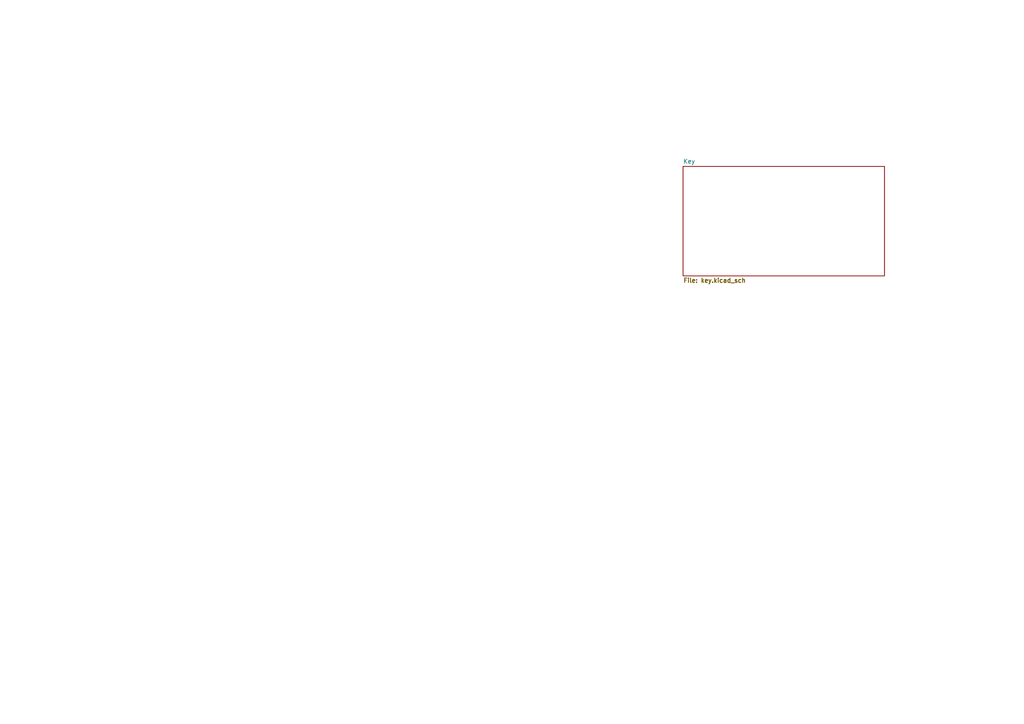
<source format=kicad_sch>
(kicad_sch (version 20230121) (generator eeschema)
  (paper "A4")
  (lib_symbols)
  (sheet (at 198.12 48.26) (size 58.42 31.75) (stroke (width 0.1524))
    (property "Sheetname" "Key" (at 198.12 47.5484 0) (effects (justify left bottom)))
    (property "Sheetfile" "key.kicad_sch" (at 198.12 80.5946 0) (effects (font bold) (justify left top)))
  )
)
</source>
